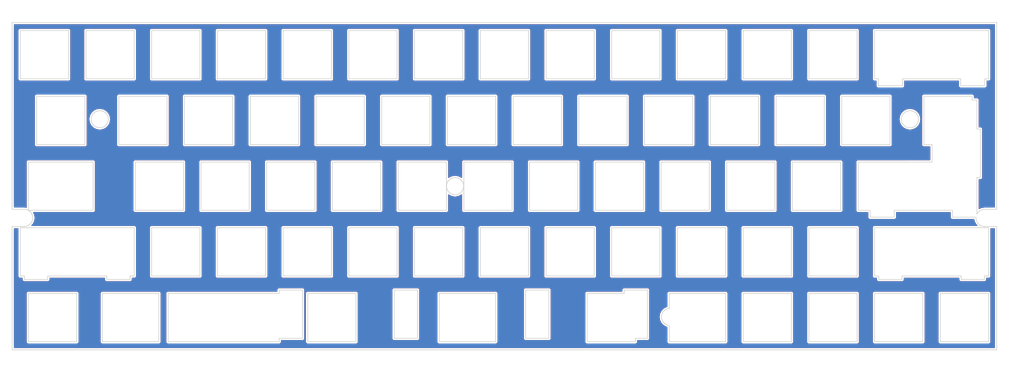
<source format=kicad_pcb>
(kicad_pcb (version 20210925) (generator pcbnew)
  (layers (0 "F.Cu" signal) (31 "B.Cu" signal) (34 "B.Paste" user) (35 "F.Paste" user) (36 "B.SilkS" user "B.Silkscreen") (37 "F.SilkS" user "F.Silkscreen") (38 "B.Mask" user) (39 "F.Mask" user) (44 "Edge.Cuts" user))
  (net 0 "")
  (gr_line (start 294.0448 95.821801) (end 294.5978 96.375701) (layer "Edge.Cuts") (width 0.2))
  (gr_line (start 297.2308 130.251201) (end 297.2308 116.251201) (layer "Edge.Cuts") (width 0.2))
  (gr_line (start 295.2938 96.7299) (end 296.0668 96.852601) (layer "Edge.Cuts") (width 0.2))
  (gr_line (start 21.293299 59.101201) (end 21.293299 73.101201) (layer "Edge.Cuts") (width 0.2))
  (gr_line (start 24.4928 111.201201) (end 41.6188 111.201201) (layer "Edge.Cuts") (width 0.2))
  (gr_line (start 64.1558 73.101201) (end 78.1558 73.101201) (layer "Edge.Cuts") (width 0.2))
  (gr_line (start 87.9683 92.151201) (end 101.9683 92.151201) (layer "Edge.Cuts") (width 0.2))
  (gr_line (start 276.8068 64.9785) (end 276.4518 64.2824) (layer "Edge.Cuts") (width 0.2))
  (gr_line (start 163.8808 54.0512) (end 163.8808 40.051201) (layer "Edge.Cuts") (width 0.2))
  (gr_line (start 230.5558 59.101201) (end 216.5558 59.101201) (layer "Edge.Cuts") (width 0.2))
  (gr_line (start 142.5808 87.652901) (end 143.3538 87.5301) (layer "Edge.Cuts") (width 0.2))
  (gr_line (start 204.64955 120.58866) (end 204.1068 120.674701) (layer "Edge.Cuts") (width 0.2))
  (gr_line (start 278.468299 59.101201) (end 278.468299 73.101201) (layer "Edge.Cuts") (width 0.2))
  (gr_line (start 116.2558 59.101201) (end 102.2558 59.101201) (layer "Edge.Cuts") (width 0.2))
  (gr_line (start 99.87455 116.251201) (end 99.87455 130.251201) (layer "Edge.Cuts") (width 0.2))
  (gr_line (start 293.599705 94.151201) (end 293.5678 94.3514) (layer "Edge.Cuts") (width 0.2))
  (gr_line (start 17.6931 96.852601) (end 18.466179 96.7299) (layer "Edge.Cuts") (width 0.2))
  (gr_line (start 45.1058 59.101201) (end 45.1058 73.101201) (layer "Edge.Cuts") (width 0.2))
  (gr_line (start 294.84955 68.626201) (end 293.84955 68.626201) (layer "Edge.Cuts") (width 0.2))
  (gr_line (start 259.1308 111.201201) (end 259.1308 97.201201) (layer "Edge.Cuts") (width 0.2))
  (gr_line (start 169.7808 115.251201) (end 163.0308 115.251201) (layer "Edge.Cuts") (width 0.2))
  (gr_line (start 18.466179 96.7299) (end 19.162099 96.375701) (layer "Edge.Cuts") (width 0.2))
  (gr_line (start 149.8808 54.0512) (end 163.8808 54.0512) (layer "Edge.Cuts") (width 0.2))
  (gr_line (start 121.0183 78.151201) (end 107.0183 78.151201) (layer "Edge.Cuts") (width 0.2))
  (gr_line (start 264.180811 40.051201) (end 264.180811 54.051201) (layer "Edge.Cuts") (width 0.2))
  (gr_line (start 41.0495 63.7286) (end 40.3536 63.3744) (layer "Edge.Cuts") (width 0.2))
  (gr_line (start 20.19285 94.3529) (end 20.070219 93.5796) (layer "Edge.Cuts") (width 0.2))
  (gr_line (start 235.605799 73.101201) (end 249.6058 73.101201) (layer "Edge.Cuts") (width 0.2))
  (gr_line (start 20.070219 95.124401) (end 20.19285 94.3529) (layer "Edge.Cuts") (width 0.2))
  (gr_line (start 163.8808 111.201201) (end 163.8808 97.201201) (layer "Edge.Cuts") (width 0.2))
  (gr_line (start 168.9308 97.201201) (end 168.9308 111.201201) (layer "Edge.Cuts") (width 0.2))
  (gr_line (start 259.1308 40.051201) (end 245.130799 40.051201) (layer "Edge.Cuts") (width 0.2))
  (gr_line (start 107.0183 92.151201) (end 121.0183 92.151201) (layer "Edge.Cuts") (width 0.2))
  (gr_line (start 144.6038 83.6827) (end 144.0498 83.128501) (layer "Edge.Cuts") (width 0.2))
  (gr_line (start 154.3558 130.251201) (end 154.3558 116.251201) (layer "Edge.Cuts") (width 0.2))
  (gr_line (start 68.9183 78.151201) (end 68.9183 92.151201) (layer "Edge.Cuts") (width 0.2))
  (gr_line (start 280.84955 78.14543) (end 273.4183 78.151201) (layer "Edge.Cuts") (width 0.2))
  (gr_line (start 49.5808 97.201201) (end 16.530799 97.201201) (layer "Edge.Cuts") (width 0.2))
  (gr_line (start 130.8308 111.201201) (end 144.830799 111.201201) (layer "Edge.Cuts") (width 0.2))
  (gr_line (start 16.5308 54.0512) (end 30.530799 54.0512) (layer "Edge.Cuts") (width 0.2))
  (gr_line (start 38.1115 63.7286) (end 37.5575 64.2824) (layer "Edge.Cuts") (width 0.2))
  (gr_line (start 221.3183 78.151201) (end 221.3183 92.151201) (layer "Edge.Cuts") (width 0.2))
  (gr_line (start 183.2183 78.151201) (end 183.2183 92.151201) (layer "Edge.Cuts") (width 0.2))
  (gr_line (start 273.6568 68.1288) (end 274.429799 68.252601) (layer "Edge.Cuts") (width 0.2))
  (gr_line (start 111.7808 97.201201) (end 111.7808 111.201201) (layer "Edge.Cuts") (width 0.2))
  (gr_line (start 37.0807 65.7528) (end 37.2034 66.5247) (layer "Edge.Cuts") (width 0.2))
  (gr_line (start 235.3183 78.151201) (end 221.3183 78.151201) (layer "Edge.Cuts") (width 0.2))
  (gr_line (start 182.9308 97.201201) (end 168.9308 97.201201) (layer "Edge.Cuts") (width 0.2))
  (gr_line (start 254.655799 73.101201) (end 268.6558 73.101201) (layer "Edge.Cuts") (width 0.2))
  (gr_line (start 293.84955 82.626201) (end 294.84955 82.626201) (layer "Edge.Cuts") (width 0.2))
  (gr_line (start 137.97455 130.251201) (end 154.3558 130.251201) (layer "Edge.Cuts") (width 0.2))
  (gr_line (start 202.8568 124.520751) (end 203.4098 125.07475) (layer "Edge.Cuts") (width 0.2))
  (gr_line (start 154.3558 116.251201) (end 137.97455 116.251201) (layer "Edge.Cuts") (width 0.2))
  (gr_line (start 163.8808 40.051201) (end 149.8808 40.051201) (layer "Edge.Cuts") (width 0.2))
  (gr_line (start 278.1808 130.251201) (end 278.1808 116.251201) (layer "Edge.Cuts") (width 0.2))
  (gr_line (start 265.3928 111.201201) (end 265.3928 112.201201) (layer "Edge.Cuts") (width 0.2))
  (gr_line (start 111.7808 111.201201) (end 125.7808 111.201201) (layer "Edge.Cuts") (width 0.2))
  (gr_line (start 283.2308 116.251201) (end 283.2308 130.251201) (layer "Edge.Cuts") (width 0.2))
  (gr_line (start 54.6308 54.0512) (end 68.6308 54.0512) (layer "Edge.Cuts") (width 0.2))
  (gr_line (start 35.2933 73.101201) (end 35.2933 59.101201) (layer "Edge.Cuts") (width 0.2))
  (gr_line (start 68.6308 97.201201) (end 54.6308 97.201201) (layer "Edge.Cuts") (width 0.2))
  (gr_line (start 202.5038 123.824861) (end 202.8568 124.520751) (layer "Edge.Cuts") (width 0.2))
  (gr_line (start 18.912049 130.251201) (end 32.91205 130.251201) (layer "Edge.Cuts") (width 0.2))
  (gr_line (start 38.807399 68.1288) (end 39.5805 68.252601) (layer "Edge.Cuts") (width 0.2))
  (gr_line (start 292.4683 59.101201) (end 278.468299 59.101201) (layer "Edge.Cuts") (width 0.2))
  (gr_line (start 19.71469 92.882501) (end 19.162099 92.3283) (layer "Edge.Cuts") (width 0.2))
  (gr_line (start 41.6007 64.2824) (end 41.0495 63.7286) (layer "Edge.Cuts") (width 0.2))
  (gr_line (start 140.0683 92.151201) (end 140.0683 78.151201) (layer "Edge.Cuts") (width 0.2))
  (gr_line (start 37.5575 67.2207) (end 38.1115 67.774601) (layer "Edge.Cuts") (width 0.2))
  (gr_line (start 68.6308 111.201201) (end 68.6308 97.201201) (layer "Edge.Cuts") (width 0.2))
  (gr_line (start 59.1058 59.101201) (end 45.1058 59.101201) (layer "Edge.Cuts") (width 0.2))
  (gr_line (start 187.9808 111.201201) (end 201.9808 111.201201) (layer "Edge.Cuts") (width 0.2))
  (gr_line (start 259.1308 54.0512) (end 259.1308 40.051201) (layer "Edge.Cuts") (width 0.2))
  (gr_line (start 289.2688 112.201201) (end 296.0188 112.201201) (layer "Edge.Cuts") (width 0.2))
  (gr_line (start 269.88655 92.151201) (end 286.76255 92.151201) (layer "Edge.Cuts") (width 0.2))
  (gr_line (start 294.84955 82.626201) (end 294.84955 68.626201) (layer "Edge.Cuts") (width 0.2))
  (gr_line (start 144.830799 40.051201) (end 130.8308 40.051201) (layer "Edge.Cuts") (width 0.2))
  (gr_line (start 182.9308 40.051201) (end 168.9308 40.051201) (layer "Edge.Cuts") (width 0.2))
  (gr_line (start 159.4058 73.101201) (end 173.4058 73.101201) (layer "Edge.Cuts") (width 0.2))
  (gr_line (start 63.8683 78.151201) (end 49.8683 78.151201) (layer "Edge.Cuts") (width 0.2))
  (gr_line (start 264.180799 116.251201) (end 264.180799 130.251201) (layer "Edge.Cuts") (width 0.2))
  (gr_line (start 142.5808 82.6533) (end 141.8078 82.7743) (layer "Edge.Cuts") (width 0.2))
  (gr_line (start 159.1183 92.151201) (end 159.1183 78.151201) (layer "Edge.Cuts") (width 0.2))
  (gr_line (start 37.67455 92.151201) (end 37.67455 78.151201) (layer "Edge.Cuts") (width 0.2))
  (gr_line (start 276.8068 66.5247) (end 276.929799 65.7528) (layer "Edge.Cuts") (width 0.2))
  (gr_line (start 68.9183 92.151201) (end 82.9183 92.151201) (layer "Edge.Cuts") (width 0.2))
  (gr_line (start 16.5308 40.051201) (end 16.5308 54.0512) (layer "Edge.Cuts") (width 0.2))
  (gr_line (start 254.3683 92.151201) (end 254.3683 78.151201) (layer "Edge.Cuts") (width 0.2))
  (gr_line (start 216.2683 92.151201) (end 216.2683 78.151201) (layer "Edge.Cuts") (width 0.2))
  (gr_line (start 141.1118 87.174501) (end 141.8078 87.5301) (layer "Edge.Cuts") (width 0.2))
  (gr_line (start 40.3433 116.251201) (end 40.3433 130.251201) (layer "Edge.Cuts") (width 0.2))
  (gr_line (start 201.9808 111.201201) (end 201.9808 97.201201) (layer "Edge.Cuts") (width 0.2))
  (gr_line (start 191.59955 116.251201) (end 180.83705 116.251201) (layer "Edge.Cuts") (width 0.2))
  (gr_line (start 295.2938 91.974401) (end 294.5978 92.3283) (layer "Edge.Cuts") (width 0.2))
  (gr_line (start 182.9308 54.0512) (end 182.9308 40.051201) (layer "Edge.Cuts") (width 0.2))
  (gr_line (start 126.0683 92.151201) (end 140.0683 92.151201) (layer "Edge.Cuts") (width 0.2))
  (gr_line (start 168.9308 40.051201) (end 168.9308 54.0512) (layer "Edge.Cuts") (width 0.2))
  (gr_line (start 286.76255 92.151201) (end 286.76255 94.151201) (layer "Edge.Cuts") (width 0.2))
  (gr_line (start 299.5678 91.851701) (end 296.0668 91.851701) (layer "Edge.Cuts") (width 0.2))
  (gr_line (start 54.6308 40.051201) (end 54.6308 54.0512) (layer "Edge.Cuts") (width 0.2))
  (gr_line (start 299.5678 132.588201) (end 14.193799 132.588201) (layer "Edge.Cuts") (width 0.2))
  (gr_line (start 283.2308 130.251201) (end 297.2308 130.251201) (layer "Edge.Cuts") (width 0.2))
  (gr_line (start 18.912049 116.251201) (end 18.912049 130.251201) (layer "Edge.Cuts") (width 0.2))
  (gr_line (start 140.3558 59.101201) (end 140.3558 73.101201) (layer "Edge.Cuts") (width 0.2))
  (gr_line (start 18.466179 91.974401) (end 17.694479 91.851701) (layer "Edge.Cuts") (width 0.2))
  (gr_line (start 159.4058 59.101201) (end 159.4058 73.101201) (layer "Edge.Cuts") (width 0.2))
  (gr_line (start 106.7308 40.051201) (end 92.7308 40.051201) (layer "Edge.Cuts") (width 0.2))
  (gr_line (start 30.530799 40.051201) (end 16.5308 40.051201) (layer "Edge.Cuts") (width 0.2))
  (gr_line (start 144.830799 97.201201) (end 130.8308 97.201201) (layer "Edge.Cuts") (width 0.2))
  (gr_line (start 19.71469 95.821801) (end 20.070219 95.124401) (layer "Edge.Cuts") (width 0.2))
  (gr_line (start 141.8078 87.5301) (end 142.5808 87.652901) (layer "Edge.Cuts") (width 0.2))
  (gr_line (start 275.2018 63.3744) (end 274.429799 63.252) (layer "Edge.Cuts") (width 0.2))
  (gr_line (start 173.4058 59.101201) (end 159.4058 59.101201) (layer "Edge.Cuts") (width 0.2))
  (gr_line (start 211.5058 73.101201) (end 211.5058 59.101201) (layer "Edge.Cuts") (width 0.2))
  (gr_line (start 259.1308 130.251201) (end 259.1308 116.251201) (layer "Edge.Cuts") (width 0.2))
  (gr_line (start 207.0308 111.201201) (end 221.0308 111.201201) (layer "Edge.Cuts") (width 0.2))
  (gr_line (start 163.8808 97.201201) (end 149.8808 97.201201) (layer "Edge.Cuts") (width 0.2))
  (gr_line (start 203.4098 125.07475) (end 204.1068 125.428901) (layer "Edge.Cuts") (width 0.2))
  (gr_line (start 35.5808 40.051201) (end 35.5808 54.0512) (layer "Edge.Cuts") (width 0.2))
  (gr_line (start 268.6558 59.101201) (end 254.655799 59.101201) (layer "Edge.Cuts") (width 0.2))
  (gr_line (start 63.8683 92.151201) (end 63.8683 78.151201) (layer "Edge.Cuts") (width 0.2))
  (gr_line (start 297.230799 111.201201) (end 297.230799 97.201201) (layer "Edge.Cuts") (width 0.2))
  (gr_line (start 14.192884 91.851701) (end 14.193799 37.7142) (layer "Edge.Cuts") (width 0.2))
  (gr_line (start 276.929799 65.7528) (end 276.8068 64.9785) (layer "Edge.Cuts") (width 0.2))
  (gr_line (start 14.193799 132.588201) (end 14.192884 96.852601) (layer "Edge.Cuts") (width 0.2))
  (gr_line (start 144.9578 85.9246) (end 145.0818 85.153101) (layer "Edge.Cuts") (width 0.2))
  (gr_line (start 83.2058 73.101201) (end 97.2058 73.101201) (layer "Edge.Cuts") (width 0.2))
  (gr_line (start 30.530799 54.0512) (end 30.530799 40.051201) (layer "Edge.Cuts") (width 0.2))
  (gr_line (start 265.3928 112.201201) (end 272.142799 112.201201) (layer "Edge.Cuts") (width 0.2))
  (gr_line (start 73.6808 97.201201) (end 73.6808 111.201201) (layer "Edge.Cuts") (width 0.2))
  (gr_line (start 37.5575 64.2824) (end 37.2034 64.9785) (layer "Edge.Cuts") (width 0.2))
  (gr_line (start 16.530799 97.201201) (end 16.530799 111.201201) (layer "Edge.Cuts") (width 0.2))
  (gr_line (start 276.4518 67.2207) (end 276.8068 66.5247) (layer "Edge.Cuts") (width 0.2))
  (gr_line (start 201.9808 97.201201) (end 187.9808 97.201201) (layer "Edge.Cuts") (width 0.2))
  (gr_line (start 204.1068 120.674701) (end 203.4098 121.030201) (layer "Edge.Cuts") (width 0.2))
  (gr_line (start 73.6808 111.201201) (end 87.6808 111.201201) (layer "Edge.Cuts") (width 0.2))
  (gr_line (start 245.130799 116.251201) (end 245.130799 130.251201) (layer "Edge.Cuts") (width 0.2))
  (gr_line (start 121.3058 59.101201) (end 121.3058 73.101201) (layer "Edge.Cuts") (width 0.2))
  (gr_line (start 226.0808 130.251201) (end 240.0808 130.251201) (layer "Edge.Cuts") (width 0.2))
  (gr_line (start 32.91205 130.251201) (end 32.91205 116.251201) (layer "Edge.Cuts") (width 0.2))
  (gr_line (start 221.3183 92.151201) (end 235.3183 92.151201) (layer "Edge.Cuts") (width 0.2))
  (gr_line (start 41.6188 111.201201) (end 41.6188 112.201201) (layer "Edge.Cuts") (width 0.2))
  (gr_line (start 226.0808 97.201201) (end 226.0808 111.201201) (layer "Edge.Cuts") (width 0.2))
  (gr_line (start 240.0808 40.051201) (end 226.0808 40.051201) (layer "Edge.Cuts") (width 0.2))
  (gr_line (start 289.143872 54.0512) (end 289.1438 56.051201) (layer "Edge.Cuts") (width 0.2))
  (gr_line (start 82.9183 92.151201) (end 82.9183 78.151201) (layer "Edge.Cuts") (width 0.2))
  (gr_line (start 268.6558 73.101201) (end 268.6558 59.101201) (layer "Edge.Cuts") (width 0.2))
  (gr_line (start 240.0808 116.251201) (end 226.0808 116.251201) (layer "Edge.Cuts") (width 0.2))
  (gr_line (start 192.4558 59.101201) (end 178.4558 59.101201) (layer "Edge.Cuts") (width 0.2))
  (gr_line (start 299.5678 96.852601) (end 299.5678 132.588201) (layer "Edge.Cuts") (width 0.2))
  (gr_line (start 131.6808 129.251201) (end 131.6808 115.251201) (layer "Edge.Cuts") (width 0.2))
  (gr_line (start 262.88655 92.151201) (end 262.88655 94.151201) (layer "Edge.Cuts") (width 0.2))
  (gr_line (start 164.1683 78.151201) (end 164.1683 92.151201) (layer "Edge.Cuts") (width 0.2))
  (gr_line (start 144.830799 111.201201) (end 144.830799 97.201201) (layer "Edge.Cuts") (width 0.2))
  (gr_line (start 130.8308 97.201201) (end 130.8308 111.201201) (layer "Edge.Cuts") (width 0.2))
  (gr_line (start 159.1183 78.151201) (end 145.1183 78.151201) (layer "Edge.Cuts") (width 0.2))
  (gr_line (start 245.130799 130.251201) (end 259.1308 130.251201) (layer "Edge.Cuts") (width 0.2))
  (gr_line (start 37.67455 78.151201) (end 18.912049 78.151201) (layer "Edge.Cuts") (width 0.2))
  (gr_line (start 149.8808 97.201201) (end 149.8808 111.201201) (layer "Edge.Cuts") (width 0.2))
  (gr_line (start 278.1808 116.251201) (end 264.180799 116.251201) (layer "Edge.Cuts") (width 0.2))
  (gr_line (start 99.87455 130.251201) (end 113.87455 130.251201) (layer "Edge.Cuts") (width 0.2))
  (gr_line (start 240.0808 130.251201) (end 240.0808 116.251201) (layer "Edge.Cuts") (width 0.2))
  (gr_line (start 78.1558 59.101201) (end 64.1558 59.101201) (layer "Edge.Cuts") (width 0.2))
  (gr_line (start 272.9598 63.7286) (end 272.4068 64.2824) (layer "Edge.Cuts") (width 0.2))
  (gr_line (start 204.1068 125.428901) (end 204.64955 125.514892) (layer "Edge.Cuts") (width 0.2))
  (gr_line (start 293.5678 94.3514) (end 293.6908 95.124401) (layer "Edge.Cuts") (width 0.2))
  (gr_line (start 221.0308 97.201201) (end 207.0308 97.201201) (layer "Edge.Cuts") (width 0.2))
  (gr_line (start 275.898799 67.774601) (end 276.4518 67.2207) (layer "Edge.Cuts") (width 0.2))
  (gr_line (start 254.3683 78.151201) (end 240.3683 78.151201) (layer "Edge.Cuts") (width 0.2))
  (gr_line (start 19.162099 96.375701) (end 19.71469 95.821801) (layer "Edge.Cuts") (width 0.2))
  (gr_line (start 203.4098 121.030201) (end 202.8568 121.582801) (layer "Edge.Cuts") (width 0.2))
  (gr_line (start 135.3058 59.101201) (end 121.3058 59.101201) (layer "Edge.Cuts") (width 0.2))
  (gr_line (start 207.0308 40.051201) (end 207.0308 54.0512) (layer "Edge.Cuts") (width 0.2))
  (gr_line (start 163.0308 115.251201) (end 163.0308 129.251201) (layer "Edge.Cuts") (width 0.2))
  (gr_line (start 144.830799 54.0512) (end 144.830799 40.051201) (layer "Edge.Cuts") (width 0.2))
  (gr_line (start 56.72455 116.251201) (end 40.3433 116.251201) (layer "Edge.Cuts") (width 0.2))
  (gr_line (start 245.130799 111.201201) (end 259.1308 111.201201) (layer "Edge.Cuts") (width 0.2))
  (gr_line (start 24.4928 112.201201) (end 24.4928 111.201201) (layer "Edge.Cuts") (width 0.2))
  (gr_line (start 144.0498 83.128501) (end 143.3538 82.7743) (layer "Edge.Cuts") (width 0.2))
  (gr_line (start 17.742799 111.201201) (end 17.742799 112.201201) (layer "Edge.Cuts") (width 0.2))
  (gr_line (start 145.1183 92.151201) (end 159.1183 92.151201) (layer "Edge.Cuts") (width 0.2))
  (gr_line (start 264.180811 54.051201) (end 265.267715 54.051201) (layer "Edge.Cuts") (width 0.2))
  (gr_line (start 19.162099 92.3283) (end 18.466179 91.974401) (layer "Edge.Cuts") (width 0.2))
  (gr_line (start 101.9683 78.151201) (end 87.9683 78.151201) (layer "Edge.Cuts") (width 0.2))
  (gr_line (start 92.7308 54.0512) (end 106.7308 54.0512) (layer "Edge.Cuts") (width 0.2))
  (gr_line (start 135.3058 73.101201) (end 135.3058 59.101201) (layer "Edge.Cuts") (width 0.2))
  (gr_line (start 92.7308 40.051201) (end 92.7308 54.0512) (layer "Edge.Cuts") (width 0.2))
  (gr_line (start 149.8808 111.201201) (end 163.8808 111.201201) (layer "Edge.Cuts") (width 0.2))
  (gr_line (start 294.5978 92.3283) (end 294.0448 92.882501) (layer "Edge.Cuts") (width 0.2))
  (gr_line (start 275.2018 68.1288) (end 275.898799 67.774601) (layer "Edge.Cuts") (width 0.2))
  (gr_line (start 68.6308 40.051201) (end 54.6308 40.051201) (layer "Edge.Cuts") (width 0.2))
  (gr_line (start 202.2683 78.151201) (end 202.2683 92.151201) (layer "Edge.Cuts") (width 0.2))
  (gr_line (start 259.1308 116.251201) (end 245.130799 116.251201) (layer "Edge.Cuts") (width 0.2))
  (gr_line (start 106.7308 97.201201) (end 92.7308 97.201201) (layer "Edge.Cuts") (width 0.2))
  (gr_line (start 116.2558 73.101201) (end 116.2558 59.101201) (layer "Edge.Cuts") (width 0.2))
  (gr_line (start 297.230813 40.051201) (end 264.180811 40.051201) (layer "Edge.Cuts") (width 0.2))
  (gr_line (start 178.4558 73.101201) (end 192.4558 73.101201) (layer "Edge.Cuts") (width 0.2))
  (gr_line (start 48.3688 111.201201) (end 49.5808 111.201201) (layer "Edge.Cuts") (width 0.2))
  (gr_line (start 178.1683 78.151201) (end 164.1683 78.151201) (layer "Edge.Cuts") (width 0.2))
  (gr_line (start 274.429799 68.252601) (end 275.2018 68.1288) (layer "Edge.Cuts") (width 0.2))
  (gr_line (start 245.130799 40.051201) (end 245.130799 54.0512) (layer "Edge.Cuts") (width 0.2))
  (gr_line (start 178.1683 92.151201) (end 178.1683 78.151201) (layer "Edge.Cuts") (width 0.2))
  (gr_line (start 182.9308 111.201201) (end 182.9308 97.201201) (layer "Edge.Cuts") (width 0.2))
  (gr_line (start 101.9683 92.151201) (end 101.9683 78.151201) (layer "Edge.Cuts") (width 0.2))
  (gr_line (start 125.7808 40.051201) (end 111.7808 40.051201) (layer "Edge.Cuts") (width 0.2))
  (gr_line (start 262.88655 94.151201) (end 269.88655 94.151201) (layer "Edge.Cuts") (width 0.2))
  (gr_line (start 183.2183 92.151201) (end 197.2183 92.151201) (layer "Edge.Cuts") (width 0.2))
  (gr_line (start 92.7308 97.201201) (end 92.7308 111.201201) (layer "Edge.Cuts") (width 0.2))
  (gr_line (start 140.5578 83.6827) (end 140.2008 84.378401) (layer "Edge.Cuts") (width 0.2))
  (gr_line (start 37.2034 66.5247) (end 37.5575 67.2207) (layer "Edge.Cuts") (width 0.2))
  (gr_line (start 49.8683 78.151201) (end 49.8683 92.151201) (layer "Edge.Cuts") (width 0.2))
  (gr_line (start 18.912049 92.151201) (end 37.67455 92.151201) (layer "Edge.Cuts") (width 0.2))
  (gr_line (start 289.1438 56.051201) (end 296.1438 56.051201) (layer "Edge.Cuts") (width 0.2))
  (gr_line (start 140.0808 85.153101) (end 140.2008 85.9246) (layer "Edge.Cuts") (width 0.2))
  (gr_line (start 192.4558 73.101201) (end 192.4558 59.101201) (layer "Edge.Cuts") (width 0.2))
  (gr_line (start 124.9308 115.251201) (end 124.9308 129.251201) (layer "Edge.Cuts") (width 0.2))
  (gr_line (start 130.8308 54.0512) (end 144.830799 54.0512) (layer "Edge.Cuts") (width 0.2))
  (gr_line (start 221.0308 40.051201) (end 207.0308 40.051201) (layer "Edge.Cuts") (width 0.2))
  (gr_line (start 163.0308 129.251201) (end 169.7808 129.251201) (layer "Edge.Cuts") (width 0.2))
  (gr_line (start 38.807399 63.3744) (end 38.1115 63.7286) (layer "Edge.Cuts") (width 0.2))
  (gr_line (start 297.230813 54.051201) (end 297.230813 40.051201) (layer "Edge.Cuts") (width 0.2))
  (gr_line (start 226.0808 111.201201) (end 240.0808 111.201201) (layer "Edge.Cuts") (width 0.2))
  (gr_line (start 296.1438 54.051201) (end 297.230813 54.051201) (layer "Edge.Cuts") (width 0.2))
  (gr_line (start 41.6007 67.2207) (end 41.9576 66.5247) (layer "Edge.Cuts") (width 0.2))
  (gr_line (start 293.84955 68.626201) (end 293.84955 60.1882) (layer "Edge.Cuts") (width 0.2))
  (gr_line (start 49.8683 92.151201) (end 63.8683 92.151201) (layer "Edge.Cuts") (width 0.2))
  (gr_line (start 20.070219 93.5796) (end 19.71469 92.882501) (layer "Edge.Cuts") (width 0.2))
  (gr_line (start 41.6188 112.201201) (end 48.3688 112.201201) (layer "Edge.Cuts") (width 0.2))
  (gr_line (start 204.64955 116.251201) (end 204.64955 120.58866) (layer "Edge.Cuts") (width 0.2))
  (gr_line (start 39.5805 63.252) (end 38.807399 63.3744) (layer "Edge.Cuts") (width 0.2))
  (gr_line (start 97.2058 73.101201) (end 97.2058 59.101201) (layer "Edge.Cuts") (width 0.2))
  (gr_line (start 216.5558 73.101201) (end 230.5558 73.101201) (layer "Edge.Cuts") (width 0.2))
  (gr_line (start 125.7808 111.201201) (end 125.7808 97.201201) (layer "Edge.Cuts") (width 0.2))
  (gr_line (start 173.4058 73.101201) (end 173.4058 59.101201) (layer "Edge.Cuts") (width 0.2))
  (gr_line (start 264.180799 130.251201) (end 278.1808 130.251201) (layer "Edge.Cuts") (width 0.2))
  (gr_line (start 235.605799 59.101201) (end 235.605799 73.101201) (layer "Edge.Cuts") (width 0.2))
  (gr_line (start 278.468299 73.101201) (end 280.84955 73.101201) (layer "Edge.Cuts") (width 0.2))
  (gr_line (start 207.0308 54.0512) (end 221.0308 54.0512) (layer "Edge.Cuts") (width 0.2))
  (gr_line (start 272.9598 67.774601) (end 273.6568 68.1288) (layer "Edge.Cuts") (width 0.2))
  (gr_line (start 201.9808 54.0512) (end 201.9808 40.051201) (layer "Edge.Cuts") (width 0.2))
  (gr_line (start 207.0308 97.201201) (end 207.0308 111.201201) (layer "Edge.Cuts") (width 0.2))
  (gr_line (start 111.7808 40.051201) (end 111.7808 54.0512) (layer "Edge.Cuts") (width 0.2))
  (gr_line (start 83.2058 59.101201) (end 83.2058 73.101201) (layer "Edge.Cuts") (width 0.2))
  (gr_line (start 276.4518 64.2824) (end 275.898799 63.7286) (layer "Edge.Cuts") (width 0.2))
  (gr_line (start 271.929799 65.7528) (end 272.0518 66.5247) (layer "Edge.Cuts") (width 0.2))
  (gr_line (start 168.9308 54.0512) (end 182.9308 54.0512) (layer "Edge.Cuts") (width 0.2))
  (gr_line (start 265.267799 56.051201) (end 272.2678 56.051201) (layer "Edge.Cuts") (width 0.2))
  (gr_line (start 87.6808 40.051201) (end 73.6808 40.051201) (layer "Edge.Cuts") (width 0.2))
  (gr_line (start 54.6308 111.201201) (end 68.6308 111.201201) (layer "Edge.Cuts") (width 0.2))
  (gr_line (start 230.5558 73.101201) (end 230.5558 59.101201) (layer "Edge.Cuts") (width 0.2))
  (gr_line (start 49.5808 40.051201) (end 35.5808 40.051201) (layer "Edge.Cuts") (width 0.2))
  (gr_line (start 40.3433 130.251201) (end 56.72455 130.251201) (layer "Edge.Cuts") (width 0.2))
  (gr_line (start 106.7308 111.201201) (end 106.7308 97.201201) (layer "Edge.Cuts") (width 0.2))
  (gr_line (start 226.0808 40.051201) (end 226.0808 54.0512) (layer "Edge.Cuts") (width 0.2))
  (gr_line (start 125.7808 97.201201) (end 111.7808 97.201201) (layer "Edge.Cuts") (width 0.2))
  (gr_line (start 259.418299 92.151201) (end 262.88655 92.151201) (layer "Edge.Cuts") (width 0.2))
  (gr_line (start 145.1183 78.151201) (end 145.1183 92.151201) (layer "Edge.Cuts") (width 0.2))
  (gr_line (start 275.898799 63.7286) (end 275.2018 63.3744) (layer "Edge.Cuts") (width 0.2))
  (gr_line (start 204.64955 130.251201) (end 221.0308 130.251201) (layer "Edge.Cuts") (width 0.2))
  (gr_line (start 294.0448 92.882501) (end 293.84955 93.266989) (layer "Edge.Cuts") (width 0.2))
  (gr_line (start 21.293299 73.101201) (end 35.2933 73.101201) (layer "Edge.Cuts") (width 0.2))
  (gr_line (start 92.7308 111.201201) (end 106.7308 111.201201) (layer "Edge.Cuts") (width 0.2))
  (gr_line (start 16.530799 111.201201) (end 17.742799 111.201201) (layer "Edge.Cuts") (width 0.2))
  (gr_line (start 82.9183 78.151201) (end 68.9183 78.151201) (layer "Edge.Cuts") (width 0.2))
  (gr_line (start 272.142799 111.201201) (end 289.2688 111.201201) (layer "Edge.Cuts") (width 0.2))
  (gr_line (start 191.59955 115.251201) (end 191.59955 116.251201) (layer "Edge.Cuts") (width 0.2))
  (gr_line (start 73.6808 40.051201) (end 73.6808 54.0512) (layer "Edge.Cuts") (width 0.2))
  (gr_line (start 201.9808 40.051201) (end 187.9808 40.051201) (layer "Edge.Cuts") (width 0.2))
  (gr_line (start 221.0308 54.0512) (end 221.0308 40.051201) (layer "Edge.Cuts") (width 0.2))
  (gr_line (start 297.230799 97.201201) (end 264.180799 97.201201) (layer "Edge.Cuts") (width 0.2))
  (gr_line (start 35.2933 59.101201) (end 21.293299 59.101201) (layer "Edge.Cuts") (width 0.2))
  (gr_line (start 221.0308 111.201201) (end 221.0308 97.201201) (layer "Edge.Cuts") (width 0.2))
  (gr_line (start 140.0683 78.151201) (end 126.0683 78.151201) (layer "Edge.Cuts") (width 0.2))
  (gr_line (start 194.83705 129.251201) (end 198.34955 129.251201) (layer "Edge.Cuts") (width 0.2))
  (gr_line (start 143.3538 87.5301) (end 144.0498 87.174501) (layer "Edge.Cuts") (width 0.2))
  (gr_line (start 202.8568 121.582801) (end 202.5038 122.280101) (layer "Edge.Cuts") (width 0.2))
  (gr_line (start 97.2058 59.101201) (end 83.2058 59.101201) (layer "Edge.Cuts") (width 0.2))
  (gr_line (start 273.4183 78.151201) (end 259.418299 78.151201) (layer "Edge.Cuts") (width 0.2))
  (gr_line (start 41.9576 64.9785) (end 41.6007 64.2824) (layer "Edge.Cuts") (width 0.2))
  (gr_line (start 137.97455 116.251201) (end 137.97455 130.251201) (layer "Edge.Cuts") (width 0.2))
  (gr_line (start 272.4068 67.2207) (end 272.9598 67.774601) (layer "Edge.Cuts") (width 0.2))
  (gr_line (start 41.9576 66.5247) (end 42.080199 65.7528) (layer "Edge.Cuts") (width 0.2))
  (gr_line (start 169.7808 129.251201) (end 169.7808 115.251201) (layer "Edge.Cuts") (width 0.2))
  (gr_line (start 154.3558 59.101201) (end 140.3558 59.101201) (layer "Edge.Cuts") (width 0.2))
  (gr_line (start 226.0808 54.0512) (end 240.0808 54.0512) (layer "Edge.Cuts") (width 0.2))
  (gr_line (start 40.3536 63.3744) (end 39.5805 63.252) (layer "Edge.Cuts") (width 0.2))
  (gr_line (start 187.9808 40.051201) (end 187.9808 54.0512) (layer "Edge.Cuts") (width 0.2))
  (gr_line (start 164.1683 92.151201) (end 178.1683 92.151201) (layer "Edge.Cuts") (width 0.2))
  (gr_line (start 286.76255 94.151201) (end 293.599705 94.151201) (layer "Edge.Cuts") (width 0.2))
  (gr_line (start 245.130799 97.201201) (end 245.130799 111.201201) (layer "Edge.Cuts") (width 0.2))
  (gr_line (start 102.2558 59.101201) (end 102.2558 73.101201) (layer "Edge.Cuts") (width 0.2))
  (gr_line (start 102.2558 73.101201) (end 116.2558 73.101201) (layer "Edge.Cuts") (width 0.2))
  (gr_line (start 91.59955 129.251201) (end 98.34955 129.251201) (layer "Edge.Cuts") (width 0.2))
  (gr_line (start 180.83705 130.251201) (end 194.83705 130.251201) (layer "Edge.Cuts") (width 0.2))
  (gr_line (start 240.3683 92.151201) (end 254.3683 92.151201) (layer "Edge.Cuts") (width 0.2))
  (gr_line (start 293.84955 60.1882) (end 292.4683 60.1882) (layer "Edge.Cuts") (width 0.2))
  (gr_line (start 240.0808 111.201201) (end 240.0808 97.201201) (layer "Edge.Cuts") (width 0.2))
  (gr_line (start 249.6058 59.101201) (end 235.605799 59.101201) (layer "Edge.Cuts") (width 0.2))
  (gr_line (start 216.2683 78.151201) (end 202.2683 78.151201) (layer "Edge.Cuts") (width 0.2))
  (gr_line (start 124.9308 129.251201) (end 131.6808 129.251201) (layer "Edge.Cuts") (width 0.2))
  (gr_line (start 178.4558 59.101201) (end 178.4558 73.101201) (layer "Edge.Cuts") (width 0.2))
  (gr_line (start 293.84955 93.266989) (end 293.84955 82.626201) (layer "Edge.Cuts") (width 0.2))
  (gr_line (start 87.6808 54.0512) (end 87.6808 40.051201) (layer "Edge.Cuts") (width 0.2))
  (gr_line (start 17.694479 91.851701) (end 14.192884 91.851701) (layer "Edge.Cuts") (width 0.2))
  (gr_line (start 121.0183 92.151201) (end 121.0183 78.151201) (layer "Edge.Cuts") (width 0.2))
  (gr_line (start 296.0188 112.201201) (end 296.0188 111.201201) (layer "Edge.Cuts") (width 0.2))
  (gr_line (start 56.72455 130.251201) (end 56.72455 116.251201) (layer "Edge.Cuts") (width 0.2))
  (gr_line (start 299.5678 37.7142) (end 299.5678 91.851701) (layer "Edge.Cuts") (width 0.2))
  (gr_line (start 274.429799 63.252) (end 273.6568 63.3744) (layer "Edge.Cuts") (width 0.2))
  (gr_line (start 37.2034 64.9785) (end 37.0807 65.7528) (layer "Edge.Cuts") (width 0.2))
  (gr_line (start 211.5058 59.101201) (end 197.5058 59.101201) (layer "Edge.Cuts") (width 0.2))
  (gr_line (start 259.418299 78.151201) (end 259.418299 92.151201) (layer "Edge.Cuts") (width 0.2))
  (gr_line (start 107.0183 78.151201) (end 107.0183 92.151201) (layer "Edge.Cuts") (width 0.2))
  (gr_line (start 49.5808 111.201201) (end 49.5808 97.201201) (layer "Edge.Cuts") (width 0.2))
  (gr_line (start 197.5058 73.101201) (end 211.5058 73.101201) (layer "Edge.Cuts") (width 0.2))
  (gr_line (start 17.742799 112.201201) (end 24.4928 112.201201) (layer "Edge.Cuts") (width 0.2))
  (gr_line (start 294.5978 96.375701) (end 295.2938 96.7299) (layer "Edge.Cuts") (width 0.2))
  (gr_line (start 35.5808 54.0512) (end 49.5808 54.0512) (layer "Edge.Cuts") (width 0.2))
  (gr_line (start 202.3808 123.051781) (end 202.5038 123.824861) (layer "Edge.Cuts") (width 0.2))
  (gr_line (start 273.7058 54.0512) (end 289.143872 54.0512) (layer "Edge.Cuts") (width 0.2))
  (gr_line (start 202.2683 92.151201) (end 216.2683 92.151201) (layer "Edge.Cuts") (width 0.2))
  (gr_line (start 91.59955 116.251201) (end 59.3933 116.251201) (layer "Edge.Cuts") (width 0.2))
  (gr_line (start 144.6038 86.622101) (end 144.9578 85.9246) (layer "Edge.Cuts") (width 0.2))
  (gr_line (start 141.1118 83.128501) (end 140.5578 83.6827) (layer "Edge.Cuts") (width 0.2))
  (gr_line (start 245.130799 54.0512) (end 259.1308 54.0512) (layer "Edge.Cuts") (width 0.2))
  (gr_line (start 292.4683 60.1882) (end 292.4683 59.101201) (layer "Edge.Cuts") (width 0.2))
  (gr_line (start 39.5805 68.252601) (end 40.3536 68.1288) (layer "Edge.Cuts") (width 0.2))
  (gr_line (start 68.6308 54.0512) (end 68.6308 40.051201) (layer "Edge.Cuts") (width 0.2))
  (gr_line (start 293.6908 95.124401) (end 294.0448 95.821801) (layer "Edge.Cuts") (width 0.2))
  (gr_line (start 59.3933 130.251201) (end 91.59955 130.251201) (layer "Edge.Cuts") (width 0.2))
  (gr_line (start 32.91205 116.251201) (end 18.912049 116.251201) (layer "Edge.Cuts") (width 0.2))
  (gr_line (start 113.87455 130.251201) (end 113.87455 116.251201) (layer "Edge.Cuts") (width 0.2))
  (gr_line (start 187.9808 54.0512) (end 201.9808 54.0512) (layer "Edge.Cuts") (width 0.2))
  (gr_line (start 226.0808 116.251201) (end 226.0808 130.251201) (layer "Edge.Cuts") (width 0.2))
  (gr_line (start 140.2008 84.378401) (end 140.0808 85.153101) (layer "Edge.Cuts") (width 0.2))
  (gr_line (start 202.5038 122.280101) (end 202.3808 123.051781) (layer "Edge.Cuts") (width 0.2))
  (gr_line (start 296.0668 91.851701) (end 295.2938 91.974401) (layer "Edge.Cuts") (width 0.2))
  (gr_line (start 49.5808 54.0512) (end 49.5808 40.051201) (layer "Edge.Cuts") (width 0.2))
  (gr_line (start 141.8078 82.7743) (end 141.1118 83.128501) (layer "Edge.Cuts") (width 0.2))
  (gr_line (start 130.8308 40.051201) (end 130.8308 54.0512) (layer "Edge.Cuts") (width 0.2))
  (gr_line (start 259.1308 97.201201) (end 245.130799 97.201201) (layer "Edge.Cuts") (width 0.2))
  (gr_line (start 45.1058 73.101201) (end 59.1058 73.101201) (layer "Edge.Cuts") (width 0.2))
  (gr_line (start 272.2678 54.051201) (end 273.7058 54.0512) (layer "Edge.Cuts") (width 0.2))
  (gr_line (start 194.83705 130.251201) (end 194.83705 129.251201) (layer "Edge.Cuts") (width 0.2))
  (gr_line (start 280.84955 73.101201) (end 280.84955 78.14543) (layer "Edge.Cuts") (width 0.2))
  (gr_line (start 125.7808 54.0512) (end 125.7808 40.051201) (layer "Edge.Cuts") (width 0.2))
  (gr_line (start 264.180799 111.201201) (end 265.3928 111.201201) (layer "Edge.Cuts") (width 0.2))
  (gr_line (start 144.9578 84.378401) (end 144.6038 83.6827) (layer "Edge.Cuts") (width 0.2))
  (gr_line (start 273.6568 63.3744) (end 272.9598 63.7286) (layer "Edge.Cuts") (width 0.2))
  (gr_line (start 269.88655 94.151201) (end 269.88655 92.151201) (layer "Edge.Cuts") (width 0.2))
  (gr_line (start 91.59955 130.251201) (end 91.59955 129.251201) (layer "Edge.Cuts") (width 0.2))
  (gr_line (start 106.7308 54.0512) (end 106.7308 40.051201) (layer "Edge.Cuts") (width 0.2))
  (gr_line (start 221.0308 130.251201) (end 221.0308 116.251201) (layer "Edge.Cuts") (width 0.2))
  (gr_line (start 240.0808 54.0512) (end 240.0808 40.051201) (layer "Edge.Cuts") (width 0.2))
  (gr_line (start 265.267715 54.051201) (end 265.267799 56.051201) (layer "Edge.Cuts") (width 0.2))
  (gr_line (start 198.34955 115.251201) (end 191.59955 115.251201) (layer "Edge.Cuts") (width 0.2))
  (gr_line (start 98.34955 129.251201) (end 98.34955 115.251201) (layer "Edge.Cuts") (width 0.2))
  (gr_line (start 272.0518 64.9785) (end 271.929799 65.7528) (layer "Edge.Cuts") (width 0.2))
  (gr_line (start 59.3933 116.251201) (end 59.3933 130.251201) (layer "Edge.Cuts") (width 0.2))
  (gr_line (start 140.2008 85.9246) (end 140.5578 86.622101) (layer "Edge.Cuts") (width 0.2))
  (gr_line (start 204.64955 125.514892) (end 204.64955 130.251201) (layer "Edge.Cuts") (width 0.2))
  (gr_line (start 149.8808 40.051201) (end 149.8808 54.0512) (layer "Edge.Cuts") (width 0.2))
  (gr_line (start 249.6058 73.101201) (end 249.6058 59.101201) (layer "Edge.Cuts") (width 0.2))
  (gr_line (start 296.0188 111.201201) (end 297.230799 111.201201) (layer "Edge.Cuts") (width 0.2))
  (gr_line (start 131.6808 115.251201) (end 124.9308 115.251201) (layer "Edge.Cuts") (width 0.2))
  (gr_line (start 64.1558 59.101201) (end 64.1558 73.101201) (layer "Edge.Cuts") (width 0.2))
  (gr_line (start 187.9808 97.201201) (end 187.9808 111.201201) (layer "Edge.Cuts") (width 0.2))
  (gr_line (start 296.1438 56.051201) (end 296.1438 54.051201) (layer "Edge.Cuts") (width 0.2))
  (gr_line (start 272.142799 112.201201) (end 272.142799 111.201201) (layer "Edge.Cuts") (width 0.2))
  (gr_line (start 78.1558 73.101201) (end 78.1558 59.101201) (layer "Edge.Cuts") (width 0.2))
  (gr_line (start 87.9683 78.151201) (end 87.9683 92.151201) (layer "Edge.Cuts") (width 0.2))
  (gr_line (start 59.1058 73.101201) (end 59.1058 59.101201) (layer "Edge.Cuts") (width 0.2))
  (gr_line (start 145.0818 85.153101) (end 144.9578 84.378401) (layer "Edge.Cuts") (width 0.2))
  (gr_line (start 221.0308 116.251201) (end 204.64955 116.251201) (layer "Edge.Cuts") (width 0.2))
  (gr_line (start 87.6808 111.201201) (end 87.6808 97.201201) (layer "Edge.Cuts") (width 0.2))
  (gr_line (start 296.0668 96.852601) (end 299.5678 96.852601) (layer "Edge.Cuts") (width 0.2))
  (gr_line (start 289.2688 111.201201) (end 289.2688 112.201201) (layer "Edge.Cuts") (width 0.2))
  (gr_line (start 198.34955 129.251201) (end 198.34955 115.251201) (layer "Edge.Cuts") (width 0.2))
  (gr_line (start 113.87455 116.251201) (end 99.87455 116.251201) (layer "Edge.Cuts") (width 0.2))
  (gr_line (start 14.193799 37.7142) (end 299.5678 37.7142) (layer "Edge.Cuts") (width 0.2))
  (gr_line (start 264.180799 97.201201) (end 264.180799 111.201201) (layer "Edge.Cuts") (width 0.2))
  (gr_line (start 297.2308 116.251201) (end 283.2308 116.251201) (layer "Edge.Cuts") (width 0.2))
  (gr_line (start 197.2183 78.151201) (end 183.2183 78.151201) (layer "Edge.Cuts") (width 0.2))
  (gr_line (start 48.3688 112.201201) (end 48.3688 111.201201) (layer "Edge.Cuts") (width 0.2))
  (gr_line (start 111.7808 54.0512) (end 125.7808 54.0512) (layer "Edge.Cuts") (width 0.2))
  (gr_line (start 240.0808 97.201201) (end 226.0808 97.201201) (layer "Edge.Cuts") (width 0.2))
  (gr_line (start 87.6808 97.201201) (end 73.6808 97.201201) (layer "Edge.Cuts") (width 0.2))
  (gr_line (start 18.912049 78.151201) (end 18.912049 92.151201) (layer "Edge.Cuts") (width 0.2))
  (gr_line (start 254.655799 59.101201) (end 254.655799 73.101201) (layer "Edge.Cuts") (width 0.2))
  (gr_line (start 272.4068 64.2824) (end 272.0518 64.9785) (layer "Edge.Cuts") (width 0.2))
  (gr_line (start 272.0518 66.5247) (end 272.4068 67.2207) (layer "Edge.Cuts") (width 0.2))
  (gr_line (start 272.2678 56.051201) (end 272.2678 54.051201) (layer "Edge.Cuts") (width 0.2))
  (gr_line (start 143.3538 82.7743) (end 142.5808 82.6533) (layer "Edge.Cuts") (width 0.2))
  (gr_line (start 14.192884 96.852601) (end 17.6931 96.852601) (layer "Edge.Cuts") (width 0.2))
  (gr_line (start 140.3558 73.101201) (end 154.3558 73.101201) (layer "Edge.Cuts") (width 0.2))
  (gr_line (start 197.5058 59.101201) (end 197.5058 73.101201) (layer "Edge.Cuts") (width 0.2))
  (gr_line (start 91.59955 115.251201) (end 91.59955 116.251201) (layer "Edge.Cuts") (width 0.2))
  (gr_line (start 216.5558 59.101201) (end 216.5558 73.101201) (layer "Edge.Cuts") (width 0.2))
  (gr_line (start 197.2183 92.151201) (end 197.2183 78.151201) (layer "Edge.Cuts") (width 0.2))
  (gr_line (start 73.6808 54.0512) (end 87.6808 54.0512) (layer "Edge.Cuts") (width 0.2))
  (gr_line (start 240.3683 78.151201) (end 240.3683 92.151201) (layer "Edge.Cuts") (width 0.2))
  (gr_line (start 168.9308 111.201201) (end 182.9308 111.201201) (layer "Edge.Cuts") (width 0.2))
  (gr_line (start 98.34955 115.251201) (end 91.59955 115.251201) (layer "Edge.Cuts") (width 0.2))
  (gr_line (start 140.5578 86.622101) (end 141.1118 87.174501) (layer "Edge.Cuts") (width 0.2))
  (gr_line (start 144.0498 87.174501) (end 144.6038 86.622101) (layer "Edge.Cuts") (width 0.2))
  (gr_line (start 41.0495 67.774601) (end 41.6007 67.2207) (layer "Edge.Cuts") (width 0.2))
  (gr_line (start 40.3536 68.1288) (end 41.0495 67.774601) (layer "Edge.Cuts") (width 0.2))
  (gr_line (start 121.3058 73.101201) (end 135.3058 73.101201) (layer "Edge.Cuts") (width 0.2))
  (gr_line (start 42.080199 65.7528) (end 41.9576 64.9785) (layer "Edge.Cuts") (width 0.2))
  (gr_line (start 235.3183 92.151201) (end 235.3183 78.151201) (layer "Edge.Cuts") (width 0.2))
  (gr_line (start 126.0683 78.151201) (end 126.0683 92.151201) (layer "Edge.Cuts") (width 0.2))
  (gr_line (start 54.6308 97.201201) (end 54.6308 111.201201) (layer "Edge.Cuts") (width 0.2))
  (gr_line (start 180.83705 116.251201) (end 180.83705 130.251201) (layer "Edge.Cuts") (width 0.2))
  (gr_line (start 154.3558 73.101201) (end 154.3558 59.101201) (layer "Edge.Cuts") (width 0.2))
  (gr_line (start 38.1115 67.774601) (end 38.807399 68.1288) (layer "Edge.Cuts") (width 0.2))
  (zone (net 0) (net_name "") (layers F&B.Cu) (connect_pads (clearance 0.508)) (min_thickness 0.254) (fill yes (thermal_gap 0.508) (thermal_bridge_width 0.508))
    (polygon (pts (xy 305.9176 33.1724) (xy 307.4924 139.0904) (xy 11.684 136.9568) (xy 10.668 32.9184) (xy 10.8712 31.1912)))
  )
)
</source>
